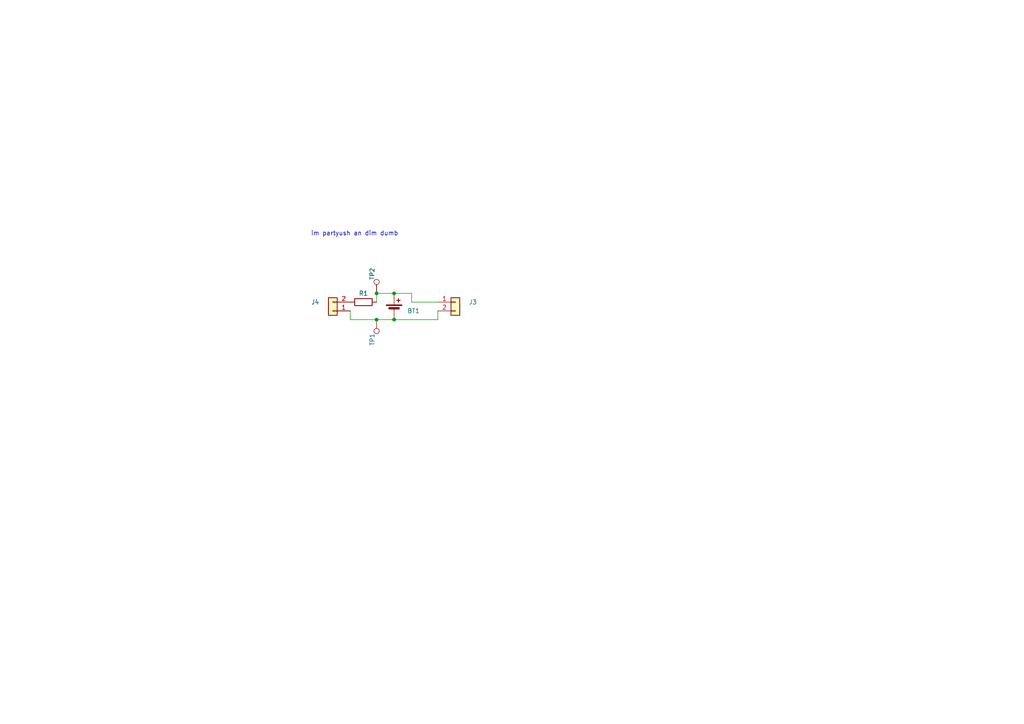
<source format=kicad_sch>
(kicad_sch (version 20230121) (generator eeschema)
  (paper "A4")
  (lib_symbols
    (symbol "Connector:TestPoint" (pin_numbers hide) (pin_names (offset 0.762) hide)
      (property "Reference" "TP" (at 0 6.858 0))
      (property "Value" "TestPoint" (at 0 5.08 0))
      (symbol "TestPoint_0_1"
        (circle (center 0 3.302) (radius 0.762))
      )
      (symbol "TestPoint_1_1"
        (pin passive line (at 0 0 90) (length 2.54) (name "1") (number "1"))
      )
    )
    (symbol "Connector_Generic:Conn_01x02" (pin_names (offset 1.016) hide)
      (property "Reference" "J" (at 0 2.54 0))
      (property "Value" "Conn_01x02" (at 0 -5.08 0))
      (symbol "Conn_01x02_1_1"
        (rectangle (start -1.27 -2.413) (end 0 -2.667) (stroke (width 0.1524)))
        (rectangle (start -1.27 0.127) (end 0 -0.127) (stroke (width 0.1524)))
        (rectangle (start -1.27 1.27) (end 1.27 -3.81) (stroke (width 0.254)) (fill (type background)))
        (pin passive line (at -5.08 0 0) (length 3.81) (name "Pin_1") (number "1"))
        (pin passive line (at -5.08 -2.54 0) (length 3.81) (name "Pin_2") (number "2"))
      )
    )
    (symbol "Device:Battery_Cell" (pin_numbers hide) (pin_names (offset 0) hide)
      (property "Reference" "BT" (at 2.54 2.54 0))
      (property "Value" "Battery_Cell" (at 2.54 0 0))
      (symbol "Battery_Cell_0_1"
        (rectangle (start -2.286 1.778) (end 2.286 1.524) (fill (type outline)))
        (rectangle (start -1.524 1.016) (end 1.524 0.508) (fill (type outline)))
        (polyline (pts (xy 0 0.762) (xy 0 0)))
        (polyline (pts (xy 0 1.778) (xy 0 2.54)))
        (polyline (pts (xy 0.762 3.048) (xy 1.778 3.048)) (stroke (width 0.254)))
        (polyline (pts (xy 1.27 3.556) (xy 1.27 2.54)) (stroke (width 0.254)))
      )
      (symbol "Battery_Cell_1_1"
        (pin passive line (at 0 5.08 270) (length 2.54) (name "+") (number "1"))
        (pin passive line (at 0 -2.54 90) (length 2.54) (name "-") (number "2"))
      )
    )
    (symbol "Device:R" (pin_numbers hide) (pin_names (offset 0))
      (property "Reference" "R" (at 2.032 0 90))
      (property "Value" "R" (at 0 0 90))
      (symbol "R_0_1"
        (rectangle (start -1.016 -2.54) (end 1.016 2.54) (stroke (width 0.254)))
      )
      (symbol "R_1_1"
        (pin passive line (at 0 3.81 270) (length 1.27) (name "~") (number "1"))
        (pin passive line (at 0 -3.81 90) (length 1.27) (name "~") (number "2"))
      )
    )
  )
  (junction (at 114.3 92.71))
  (junction (at 109.22 85.09))
  (junction (at 114.3 85.09))
  (junction (at 109.22 92.71))
  (wire (pts (xy 109.22 92.71) (xy 114.3 92.71)))
  (wire (pts (xy 114.3 92.71) (xy 127 92.71)))
  (wire (pts (xy 101.6 90.17) (xy 101.6 92.71)))
  (wire (pts (xy 109.22 85.09) (xy 114.3 85.09)))
  (wire (pts (xy 127 90.17) (xy 127 92.71)))
  (wire (pts (xy 119.38 85.09) (xy 119.38 87.63)))
  (wire (pts (xy 109.22 87.63) (xy 109.22 85.09)))
  (wire (pts (xy 101.6 92.71) (xy 109.22 92.71)))
  (wire (pts (xy 114.3 85.09) (xy 119.38 85.09)))
  (wire (pts (xy 119.38 87.63) (xy 127 87.63)))
  (text "im partyush an dim dumb\n" (at 90.17 68.58 0) (effects (font (size 1.27 1.27)) (justify left bottom)))
  (symbol (lib_id "Connector_Generic:Conn_01x02") (at 132.08 87.63 0) (unit 1)
    (property "Reference" "J3" (at 137.16 87.63 0))
    (property "Footprint" "UTSVT_Connectors:01x02_Horizontal_Male_Pin" (effects hide))
    (property "Datasheet" "https://www.mouser.com/ProductDetail/Harwin/M20-8890245?qs=k41KVqW3ympM87EojPobCg%3D%3D" (effects hide))
  )
  (symbol (lib_id "Connector:TestPoint") (at 109.22 92.71 180) (unit 1)
    (property "Reference" "TP1" (at 107.95 100.33 90) (effects (justify right)))
    (property "Value" "TestPoint" (effects hide))
    (property "Footprint" "TestPoint:TestPoint_Pad_2.0x2.0mm" (effects hide))
  )
  (symbol (lib_id "Device:R") (at 105.41 87.63 90) (unit 1)
    (property "Reference" "R1" (at 105.41 85.09 90))
    (property "Value" "1" (effects hide))
    (property "Footprint" "Resistor_SMD:R_0805_2012Metric" (effects hide))
  )
  (symbol (lib_id "Device:Battery_Cell") (at 114.3 90.17 0) (unit 1)
    (property "Reference" "BT1" (at 118.11 90.17 0) (effects (justify left)))
    (property "Value" "Battery_Cell" (effects hide))
    (property "Footprint" "UTSVT_Power:1122_with_cutout" (effects hide))
  )
  (symbol (lib_id "Connector_Generic:Conn_01x02") (at 96.52 90.17 180) (unit 1)
    (property "Reference" "J4" (at 91.44 87.63 0))
    (property "Footprint" "UTSVT_Connectors:01x02_Horizontal_Female_Socket" (effects hide))
    (property "Datasheet" "https://www.mouser.com/ProductDetail/Harwin/M20-7910242R?qs=k41KVqW3ympOgmj181bijA%3D%3D" (effects hide))
  )
  (symbol (lib_id "Connector:TestPoint") (at 109.22 85.09 0) (unit 1)
    (property "Reference" "TP2" (at 107.95 81.28 90) (effects (justify left)))
    (property "Value" "TestPoint" (effects hide))
    (property "Footprint" "TestPoint:TestPoint_Pad_2.0x2.0mm" (effects hide))
  )
)
</source>
